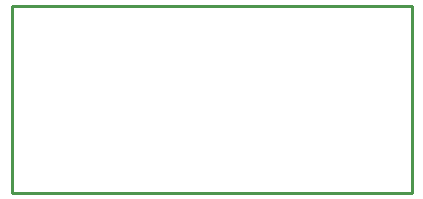
<source format=gko>
*%FSLAX24Y24*%
*%MOIN*%
G01*
%ADD11C,0.0010*%
%ADD12C,0.0030*%
%ADD13C,0.0050*%
%ADD14C,0.0060*%
%ADD15C,0.0073*%
%ADD16C,0.0080*%
%ADD17C,0.0100*%
%ADD18C,0.0120*%
%ADD19C,0.0200*%
%ADD20C,0.0250*%
%ADD21C,0.0300*%
%ADD22C,0.0320*%
%ADD23C,0.0400*%
%ADD24C,0.0500*%
%ADD25C,0.0560*%
%ADD26C,0.0620*%
%ADD27C,0.0700*%
%ADD28C,0.0800*%
%ADD29R,0.0098X0.0331*%
%ADD30R,0.0178X0.0411*%
%ADD31R,0.0200X0.0250*%
%ADD32R,0.0250X0.0200*%
%ADD33R,0.0280X0.0330*%
%ADD34R,0.0330X0.0280*%
%ADD35R,0.0331X0.0098*%
%ADD36R,0.0411X0.0178*%
%ADD37R,0.0620X0.0620*%
%ADD38R,0.0700X0.0700*%
%ADD39R,0.2165X0.0787*%
%ADD40R,0.2245X0.0867*%
D17*
X273923Y117028D02*
Y123267D01*
Y117028D02*
X287267D01*
X287272Y123267D02*
X273923D01*
X287272D02*
Y117028D01*
D02*
M02*

</source>
